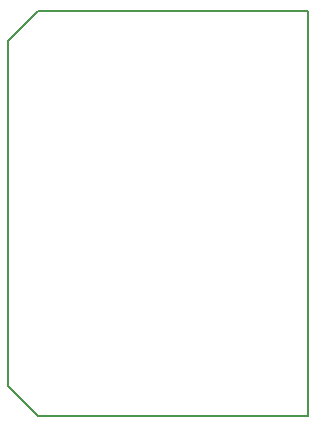
<source format=gm1>
G04 #@! TF.FileFunction,Profile,NP*
%FSLAX46Y46*%
G04 Gerber Fmt 4.6, Leading zero omitted, Abs format (unit mm)*
G04 Created by KiCad (PCBNEW 4.0.7-e2-6376~58~ubuntu17.04.1) date Thu Oct  5 12:14:12 2017*
%MOMM*%
%LPD*%
G01*
G04 APERTURE LIST*
%ADD10C,0.100000*%
%ADD11C,0.150000*%
G04 APERTURE END LIST*
D10*
D11*
X140970000Y-89535000D02*
X163830000Y-89535000D01*
X138430000Y-92075000D02*
X140970000Y-89535000D01*
X138430000Y-121285000D02*
X138430000Y-92075000D01*
X140970000Y-123825000D02*
X138430000Y-121285000D01*
X163830000Y-123825000D02*
X140970000Y-123825000D01*
X163830000Y-89535000D02*
X163830000Y-123825000D01*
M02*

</source>
